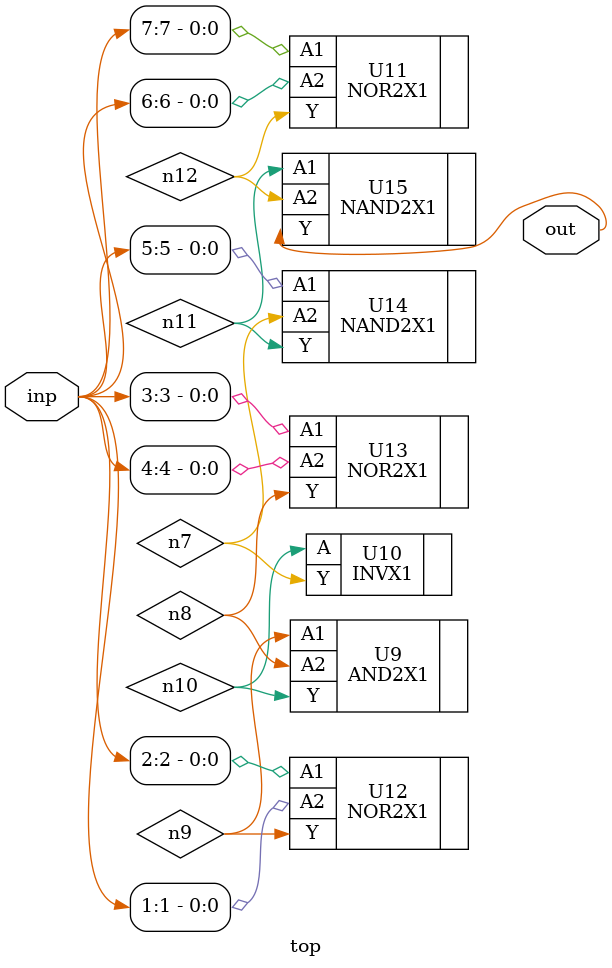
<source format=sv>


module top ( inp, out );
  input [7:0] inp;
  output out;
  wire   n7, n8, n9, n10, n11, n12;

  AND2X1 U9 ( .A1(n9), .A2(n8), .Y(n10) );
  INVX1 U10 ( .A(n10), .Y(n7) );
  NOR2X1 U11 ( .A1(inp[7]), .A2(inp[6]), .Y(n12) );
  NOR2X1 U12 ( .A1(inp[2]), .A2(inp[1]), .Y(n9) );
  NOR2X1 U13 ( .A1(inp[3]), .A2(inp[4]), .Y(n8) );
  NAND2X1 U14 ( .A1(inp[5]), .A2(n7), .Y(n11) );
  NAND2X1 U15 ( .A1(n11), .A2(n12), .Y(out) );
endmodule


</source>
